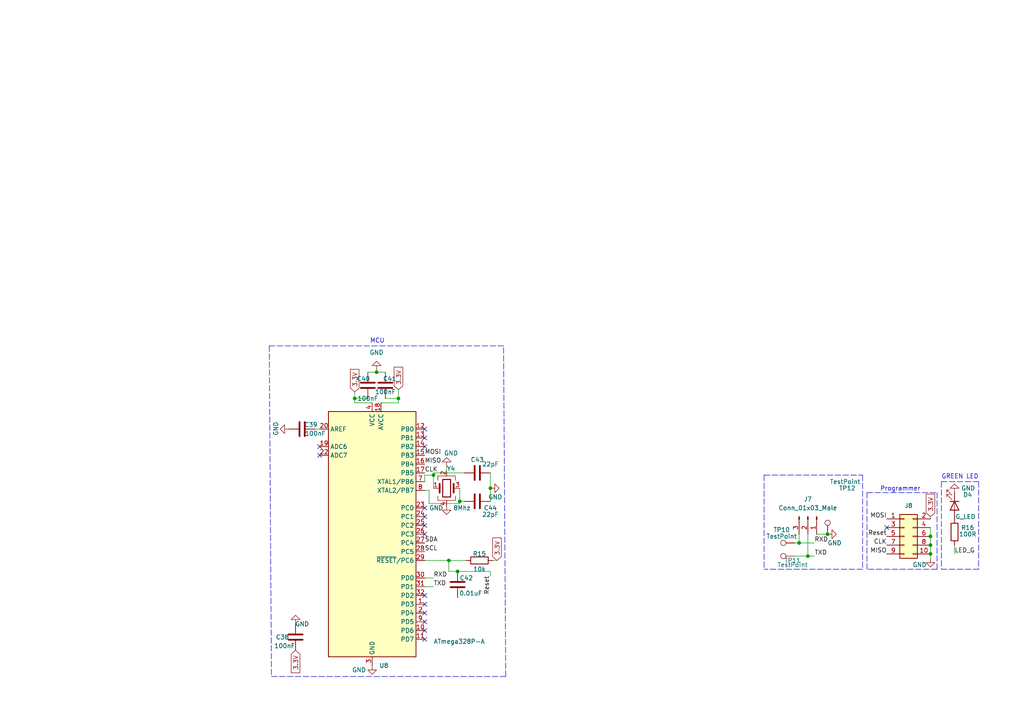
<source format=kicad_sch>
(kicad_sch (version 20211123) (generator eeschema)
  (paper "A4")
  (lib_symbols
    (symbol "Connector:Conn_01x03_Male" (pin_names (offset 1.016) hide)
      (property "Reference" "J" (at 0 5.08 0))
      (property "Value" "Conn_01x03_Male" (at 0 -5.08 0))
      (symbol "Conn_01x03_Male_1_1"
        (polyline (pts (xy 1.27 -2.54) (xy 0.8636 -2.54)) (stroke (width 0.1524)))
        (polyline (pts (xy 1.27 0) (xy 0.8636 0)) (stroke (width 0.1524)))
        (polyline (pts (xy 1.27 2.54) (xy 0.8636 2.54)) (stroke (width 0.1524)))
        (rectangle (start 0.8636 -2.413) (end 0 -2.667) (stroke (width 0.1524)) (fill (type outline)))
        (rectangle (start 0.8636 0.127) (end 0 -0.127) (stroke (width 0.1524)) (fill (type outline)))
        (rectangle (start 0.8636 2.667) (end 0 2.413) (stroke (width 0.1524)) (fill (type outline)))
        (pin passive line (at 5.08 2.54 180) (length 3.81) (name "Pin_1") (number "1"))
        (pin passive line (at 5.08 0 180) (length 3.81) (name "Pin_2") (number "2"))
        (pin passive line (at 5.08 -2.54 180) (length 3.81) (name "Pin_3") (number "3"))
      )
    )
    (symbol "Connector:TestPoint" (pin_numbers hide) (pin_names (offset 0.762) hide)
      (property "Reference" "TP" (at 0 6.858 0))
      (property "Value" "TestPoint" (at 0 5.08 0))
      (symbol "TestPoint_0_1"
        (circle (center 0 3.302) (radius 0.762))
      )
      (symbol "TestPoint_1_1"
        (pin passive line (at 0 0 90) (length 2.54) (name "1") (number "1"))
      )
    )
    (symbol "Connector_Generic:Conn_02x05_Odd_Even" (pin_names (offset 1.016) hide)
      (property "Reference" "J" (at 1.27 7.62 0))
      (property "Value" "Conn_02x05_Odd_Even" (at 1.27 -7.62 0))
      (symbol "Conn_02x05_Odd_Even_1_1"
        (rectangle (start -1.27 -4.953) (end 0 -5.207) (stroke (width 0.1524)))
        (rectangle (start -1.27 -2.413) (end 0 -2.667) (stroke (width 0.1524)))
        (rectangle (start -1.27 0.127) (end 0 -0.127) (stroke (width 0.1524)))
        (rectangle (start -1.27 2.667) (end 0 2.413) (stroke (width 0.1524)))
        (rectangle (start -1.27 5.207) (end 0 4.953) (stroke (width 0.1524)))
        (rectangle (start -1.27 6.35) (end 3.81 -6.35) (stroke (width 0.254)) (fill (type background)))
        (rectangle (start 3.81 -4.953) (end 2.54 -5.207) (stroke (width 0.1524)))
        (rectangle (start 3.81 -2.413) (end 2.54 -2.667) (stroke (width 0.1524)))
        (rectangle (start 3.81 0.127) (end 2.54 -0.127) (stroke (width 0.1524)))
        (rectangle (start 3.81 2.667) (end 2.54 2.413) (stroke (width 0.1524)))
        (rectangle (start 3.81 5.207) (end 2.54 4.953) (stroke (width 0.1524)))
        (pin passive line (at -5.08 5.08 0) (length 3.81) (name "Pin_1") (number "1"))
        (pin passive line (at 7.62 -5.08 180) (length 3.81) (name "Pin_10") (number "10"))
        (pin passive line (at 7.62 5.08 180) (length 3.81) (name "Pin_2") (number "2"))
        (pin passive line (at -5.08 2.54 0) (length 3.81) (name "Pin_3") (number "3"))
        (pin passive line (at 7.62 2.54 180) (length 3.81) (name "Pin_4") (number "4"))
        (pin passive line (at -5.08 0 0) (length 3.81) (name "Pin_5") (number "5"))
        (pin passive line (at 7.62 0 180) (length 3.81) (name "Pin_6") (number "6"))
        (pin passive line (at -5.08 -2.54 0) (length 3.81) (name "Pin_7") (number "7"))
        (pin passive line (at 7.62 -2.54 180) (length 3.81) (name "Pin_8") (number "8"))
        (pin passive line (at -5.08 -5.08 0) (length 3.81) (name "Pin_9") (number "9"))
      )
    )
    (symbol "Device:C" (pin_numbers hide) (pin_names (offset 0.254))
      (property "Reference" "C" (at 0.635 2.54 0))
      (property "Value" "C" (at 0.635 -2.54 0))
      (symbol "C_0_1"
        (polyline (pts (xy -2.032 -0.762) (xy 2.032 -0.762)) (stroke (width 0.508)))
        (polyline (pts (xy -2.032 0.762) (xy 2.032 0.762)) (stroke (width 0.508)))
      )
      (symbol "C_1_1"
        (pin passive line (at 0 3.81 270) (length 2.794) (name "~") (number "1"))
        (pin passive line (at 0 -3.81 90) (length 2.794) (name "~") (number "2"))
      )
    )
    (symbol "Device:Crystal_GND24" (pin_names (offset 1.016) hide)
      (property "Reference" "Y" (at 3.175 5.08 0))
      (property "Value" "Crystal_GND24" (at 3.175 3.175 0))
      (symbol "Crystal_GND24_0_1"
        (rectangle (start -1.143 2.54) (end 1.143 -2.54) (stroke (width 0.3048)))
        (polyline (pts (xy -2.54 0) (xy -2.032 0)))
        (polyline (pts (xy -2.032 -1.27) (xy -2.032 1.27)) (stroke (width 0.508)))
        (polyline (pts (xy 0 -3.81) (xy 0 -3.556)))
        (polyline (pts (xy 0 3.556) (xy 0 3.81)))
        (polyline (pts (xy 2.032 -1.27) (xy 2.032 1.27)) (stroke (width 0.508)))
        (polyline (pts (xy 2.032 0) (xy 2.54 0)))
        (polyline (pts (xy -2.54 -2.286) (xy -2.54 -3.556) (xy 2.54 -3.556) (xy 2.54 -2.286)))
        (polyline (pts (xy -2.54 2.286) (xy -2.54 3.556) (xy 2.54 3.556) (xy 2.54 2.286)))
      )
      (symbol "Crystal_GND24_1_1"
        (pin passive line (at -3.81 0 0) (length 1.27) (name "1") (number "1"))
        (pin passive line (at 0 5.08 270) (length 1.27) (name "2") (number "2"))
        (pin passive line (at 3.81 0 180) (length 1.27) (name "3") (number "3"))
        (pin passive line (at 0 -5.08 90) (length 1.27) (name "4") (number "4"))
      )
    )
    (symbol "Device:LED" (pin_numbers hide) (pin_names (offset 1.016) hide)
      (property "Reference" "D" (at 0 2.54 0))
      (property "Value" "LED" (at 0 -2.54 0))
      (symbol "LED_0_1"
        (polyline (pts (xy -1.27 -1.27) (xy -1.27 1.27)) (stroke (width 0.254)))
        (polyline (pts (xy -1.27 0) (xy 1.27 0)))
        (polyline (pts (xy 1.27 -1.27) (xy 1.27 1.27) (xy -1.27 0) (xy 1.27 -1.27)) (stroke (width 0.254)))
        (polyline (pts (xy -3.048 -0.762) (xy -4.572 -2.286) (xy -3.81 -2.286) (xy -4.572 -2.286) (xy -4.572 -1.524)))
        (polyline (pts (xy -1.778 -0.762) (xy -3.302 -2.286) (xy -2.54 -2.286) (xy -3.302 -2.286) (xy -3.302 -1.524)))
      )
      (symbol "LED_1_1"
        (pin passive line (at -3.81 0 0) (length 2.54) (name "K") (number "1"))
        (pin passive line (at 3.81 0 180) (length 2.54) (name "A") (number "2"))
      )
    )
    (symbol "Device:R" (pin_numbers hide) (pin_names (offset 0))
      (property "Reference" "R" (at 2.032 0 90))
      (property "Value" "R" (at 0 0 90))
      (symbol "R_0_1"
        (rectangle (start -1.016 -2.54) (end 1.016 2.54) (stroke (width 0.254)))
      )
      (symbol "R_1_1"
        (pin passive line (at 0 3.81 270) (length 1.27) (name "~") (number "1"))
        (pin passive line (at 0 -3.81 90) (length 1.27) (name "~") (number "2"))
      )
    )
    (symbol "MCU_Microchip_ATmega:ATmega328P-A"
      (property "Reference" "U" (at -12.7 36.83 0))
      (property "Value" "ATmega328P-A" (at 2.54 -36.83 0))
      (symbol "ATmega328P-A_0_1"
        (rectangle (start -12.7 -35.56) (end 12.7 35.56) (stroke (width 0.254)) (fill (type background)))
      )
      (symbol "ATmega328P-A_1_1"
        (pin bidirectional line (at 15.24 -20.32 180) (length 2.54) (name "PD3") (number "1"))
        (pin bidirectional line (at 15.24 -27.94 180) (length 2.54) (name "PD6") (number "10"))
        (pin bidirectional line (at 15.24 -30.48 180) (length 2.54) (name "PD7") (number "11"))
        (pin bidirectional line (at 15.24 30.48 180) (length 2.54) (name "PB0") (number "12"))
        (pin bidirectional line (at 15.24 27.94 180) (length 2.54) (name "PB1") (number "13"))
        (pin bidirectional line (at 15.24 25.4 180) (length 2.54) (name "PB2") (number "14"))
        (pin bidirectional line (at 15.24 22.86 180) (length 2.54) (name "PB3") (number "15"))
        (pin bidirectional line (at 15.24 20.32 180) (length 2.54) (name "PB4") (number "16"))
        (pin bidirectional line (at 15.24 17.78 180) (length 2.54) (name "PB5") (number "17"))
        (pin power_in line (at 2.54 38.1 270) (length 2.54) (name "AVCC") (number "18"))
        (pin input line (at -15.24 25.4 0) (length 2.54) (name "ADC6") (number "19"))
        (pin bidirectional line (at 15.24 -22.86 180) (length 2.54) (name "PD4") (number "2"))
        (pin passive line (at -15.24 30.48 0) (length 2.54) (name "AREF") (number "20"))
        (pin passive line (at 0 -38.1 90) (length 2.54) hide (name "GND") (number "21"))
        (pin input line (at -15.24 22.86 0) (length 2.54) (name "ADC7") (number "22"))
        (pin bidirectional line (at 15.24 7.62 180) (length 2.54) (name "PC0") (number "23"))
        (pin bidirectional line (at 15.24 5.08 180) (length 2.54) (name "PC1") (number "24"))
        (pin bidirectional line (at 15.24 2.54 180) (length 2.54) (name "PC2") (number "25"))
        (pin bidirectional line (at 15.24 0 180) (length 2.54) (name "PC3") (number "26"))
        (pin bidirectional line (at 15.24 -2.54 180) (length 2.54) (name "PC4") (number "27"))
        (pin bidirectional line (at 15.24 -5.08 180) (length 2.54) (name "PC5") (number "28"))
        (pin bidirectional line (at 15.24 -7.62 180) (length 2.54) (name "~{RESET}/PC6") (number "29"))
        (pin power_in line (at 0 -38.1 90) (length 2.54) (name "GND") (number "3"))
        (pin bidirectional line (at 15.24 -12.7 180) (length 2.54) (name "PD0") (number "30"))
        (pin bidirectional line (at 15.24 -15.24 180) (length 2.54) (name "PD1") (number "31"))
        (pin bidirectional line (at 15.24 -17.78 180) (length 2.54) (name "PD2") (number "32"))
        (pin power_in line (at 0 38.1 270) (length 2.54) (name "VCC") (number "4"))
        (pin passive line (at 0 -38.1 90) (length 2.54) hide (name "GND") (number "5"))
        (pin passive line (at 0 38.1 270) (length 2.54) hide (name "VCC") (number "6"))
        (pin bidirectional line (at 15.24 15.24 180) (length 2.54) (name "XTAL1/PB6") (number "7"))
        (pin bidirectional line (at 15.24 12.7 180) (length 2.54) (name "XTAL2/PB7") (number "8"))
        (pin bidirectional line (at 15.24 -25.4 180) (length 2.54) (name "PD5") (number "9"))
      )
    )
    (symbol "power:GND" (power) (pin_names (offset 0))
      (property "Value" "GND" (at 0 -3.81 0))
      (symbol "GND_0_1"
        (polyline (pts (xy 0 0) (xy 0 -1.27) (xy 1.27 -1.27) (xy 0 -2.54) (xy -1.27 -1.27) (xy 0 -1.27)))
      )
      (symbol "GND_1_1"
        (pin power_in line (at 0 0 270) (length 0) hide (name "GND") (number "1"))
      )
    )
  )
  (junction (at 130.175 162.56))
  (junction (at 269.875 155.575))
  (junction (at 269.875 158.115))
  (junction (at 132.715 165.735))
  (junction (at 269.875 160.655))
  (junction (at 109.22 107.95))
  (junction (at 234.315 161.29))
  (junction (at 115.57 115.57))
  (junction (at 125.73 137.795))
  (junction (at 240.03 154.94))
  (junction (at 102.87 115.57))
  (junction (at 231.775 157.48))
  (junction (at 142.24 141.605))
  (junction (at 133.35 145.415))
  (no_connect (at 123.19 147.32))
  (no_connect (at 123.19 154.94))
  (no_connect (at 123.19 152.4))
  (no_connect (at 123.19 149.86))
  (no_connect (at 123.19 129.54))
  (no_connect (at 123.19 127))
  (no_connect (at 123.19 124.46))
  (no_connect (at 123.19 177.8))
  (no_connect (at 123.19 172.72))
  (no_connect (at 123.19 180.34))
  (no_connect (at 123.19 175.26))
  (no_connect (at 123.19 182.88))
  (no_connect (at 92.71 132.08))
  (no_connect (at 123.19 185.42))
  (no_connect (at 257.175 153.035))
  (no_connect (at 92.71 129.54))
  (polyline (pts (xy 271.78 142.875) (xy 271.78 165.1)))
  (wire (pts (xy 125.73 137.795) (xy 125.73 141.605)))
  (wire (pts (xy 110.49 116.84) (xy 115.57 116.84)))
  (wire (pts (xy 109.22 107.95) (xy 111.76 107.95)))
  (wire (pts (xy 125.73 137.16) (xy 125.73 137.795)))
  (wire (pts (xy 123.19 162.56) (xy 130.175 162.56)))
  (polyline (pts (xy 251.46 142.875) (xy 271.78 142.875)))
  (wire (pts (xy 142.24 141.605) (xy 142.24 145.415)))
  (wire (pts (xy 142.24 165.735) (xy 132.715 165.735)))
  (wire (pts (xy 134.62 145.415) (xy 133.35 145.415)))
  (polyline (pts (xy 78.74 196.215) (xy 146.685 196.215)))
  (wire (pts (xy 144.145 162.56) (xy 142.875 162.56)))
  (wire (pts (xy 109.22 107.315) (xy 109.22 107.95)))
  (wire (pts (xy 130.175 162.56) (xy 130.175 165.735)))
  (wire (pts (xy 234.315 154.94) (xy 234.315 161.29)))
  (wire (pts (xy 111.76 115.57) (xy 115.57 115.57)))
  (wire (pts (xy 230.505 161.29) (xy 234.315 161.29)))
  (wire (pts (xy 142.24 165.735) (xy 142.24 167.005)))
  (wire (pts (xy 236.855 154.94) (xy 240.03 154.94)))
  (wire (pts (xy 269.875 149.86) (xy 269.875 150.495)))
  (wire (pts (xy 91.44 124.46) (xy 92.71 124.46)))
  (polyline (pts (xy 146.685 196.215) (xy 146.05 100.33)))
  (wire (pts (xy 269.875 155.575) (xy 269.875 158.115)))
  (wire (pts (xy 129.54 135.255) (xy 129.54 136.525)))
  (polyline (pts (xy 273.05 139.7) (xy 283.845 139.7)))
  (wire (pts (xy 123.19 137.795) (xy 123.19 139.7)))
  (wire (pts (xy 123.19 167.64) (xy 125.73 167.64)))
  (wire (pts (xy 107.95 116.84) (xy 102.87 116.84)))
  (polyline (pts (xy 273.05 139.7) (xy 273.05 165.1)))
  (polyline (pts (xy 250.19 165.1) (xy 221.615 165.1)))
  (wire (pts (xy 276.86 160.655) (xy 276.86 158.115)))
  (wire (pts (xy 133.35 146.05) (xy 133.35 145.415)))
  (polyline (pts (xy 78.105 100.33) (xy 78.74 196.215)))
  (polyline (pts (xy 221.615 137.795) (xy 221.615 165.1)))
  (wire (pts (xy 142.24 137.16) (xy 142.24 141.605)))
  (wire (pts (xy 123.19 137.795) (xy 125.73 137.795)))
  (wire (pts (xy 269.875 160.655) (xy 269.875 161.925)))
  (wire (pts (xy 234.315 161.29) (xy 236.22 161.29)))
  (polyline (pts (xy 283.845 165.1) (xy 273.05 165.1)))
  (wire (pts (xy 269.875 158.115) (xy 269.875 160.655)))
  (wire (pts (xy 133.35 145.415) (xy 133.35 141.605)))
  (wire (pts (xy 231.775 157.48) (xy 236.22 157.48)))
  (wire (pts (xy 230.505 157.48) (xy 231.775 157.48)))
  (wire (pts (xy 102.87 115.57) (xy 106.68 115.57)))
  (polyline (pts (xy 271.78 165.1) (xy 251.46 165.1)))
  (wire (pts (xy 115.57 115.57) (xy 115.57 116.84)))
  (wire (pts (xy 123.19 170.18) (xy 125.73 170.18)))
  (wire (pts (xy 124.46 146.05) (xy 133.35 146.05)))
  (wire (pts (xy 132.715 165.735) (xy 130.175 165.735)))
  (wire (pts (xy 106.68 107.95) (xy 109.22 107.95)))
  (wire (pts (xy 231.775 154.94) (xy 231.775 157.48)))
  (wire (pts (xy 123.19 142.24) (xy 124.46 142.24)))
  (wire (pts (xy 125.73 137.16) (xy 134.62 137.16)))
  (polyline (pts (xy 250.19 137.795) (xy 250.19 165.1)))
  (wire (pts (xy 102.87 116.84) (xy 102.87 115.57)))
  (polyline (pts (xy 146.05 100.33) (xy 78.105 100.33)))
  (wire (pts (xy 115.57 115.57) (xy 115.57 113.03)))
  (polyline (pts (xy 221.615 137.795) (xy 250.19 137.795)))
  (polyline (pts (xy 283.845 139.7) (xy 283.845 165.1)))
  (wire (pts (xy 269.875 153.035) (xy 269.875 155.575)))
  (polyline (pts (xy 251.46 142.875) (xy 251.46 165.1)))
  (wire (pts (xy 130.175 162.56) (xy 135.255 162.56)))
  (wire (pts (xy 102.87 113.665) (xy 102.87 115.57)))
  (wire (pts (xy 124.46 142.24) (xy 124.46 146.05)))
  (text "MCU\n" (at 107.315 99.695 0) (effects (font (size 1.27 1.27)) (justify left bottom)))
  (text "Programmer\n\n\n" (at 255.27 146.685 0) (effects (font (size 1.27 1.27)) (justify left bottom)))
  (text "GREEN LED\n" (at 273.05 139.065 0) (effects (font (size 1.27 1.27)) (justify left bottom)))
  (label "MISO" (at 123.19 134.62 0))
  (label "MOSI" (at 123.19 132.08 0))
  (label "TXD" (at 236.22 161.29 0))
  (label "SDA" (at 123.19 157.48 0))
  (label "TXD" (at 125.73 170.18 0))
  (label "CLK" (at 257.175 158.115 180))
  (label "Reset" (at 142.24 167.005 270))
  (label "CLK" (at 123.19 137.16 0))
  (label "MISO" (at 257.175 160.655 180))
  (label "SCL" (at 123.19 160.02 0))
  (label "Reset" (at 257.175 155.575 180))
  (label "MOSI" (at 257.175 150.495 180))
  (label "RXD" (at 125.73 167.64 0))
  (label "LED_G" (at 276.86 160.655 0))
  (label "RXD" (at 236.22 157.48 0))
  (global_label "3.3V" (shape input) (at 144.145 162.56 90) (property "Intersheet References" "${INTERSHEET_REFS}" (effects hide)))
  (global_label "3.3V" (shape input) (at 102.87 113.665 90) (property "Intersheet References" "${INTERSHEET_REFS}" (effects hide)))
  (global_label "3.3V" (shape input) (at 269.875 149.86 90) (property "Intersheet References" "${INTERSHEET_REFS}" (effects hide)))
  (global_label "3.3V" (shape input) (at 115.57 113.03 90) (property "Intersheet References" "${INTERSHEET_REFS}" (effects hide)))
  (global_label "3.3V" (shape input) (at 85.725 188.595 270) (property "Intersheet References" "${INTERSHEET_REFS}" (effects hide)))
  (symbol (lib_id "Connector:TestPoint") (at 230.505 157.48 90) (unit 1)
    (property "Reference" "TP10" (at 226.695 153.67 90))
    (property "Value" "TestPoint" (at 226.695 155.575 90))
    (property "Footprint" "TestPoint:TestPoint_Pad_D1.5mm" (effects hide))
  )
  (symbol (lib_id "Connector:Conn_01x03_Male") (at 234.315 149.86 270) (unit 1)
    (property "Reference" "J7" (at 234.315 144.78 90))
    (property "Value" "Conn_01x03_Male" (at 234.315 147.32 90))
    (property "Footprint" "Connector_PinHeader_2.54mm:PinHeader_1x03_P2.54mm_Vertical" (effects hide))
  )
  (symbol (lib_id "power:GND") (at 109.22 107.315 180) (unit 1)
    (property "Reference" "#PWR070" (effects hide))
    (property "Value" "GND" (at 109.22 102.235 0))
  )
  (symbol (lib_id "Connector:TestPoint") (at 240.03 154.94 0) (unit 1)
    (property "Reference" "TP12" (at 245.745 141.605 0))
    (property "Value" "TestPoint" (at 245.11 139.7 0))
    (property "Footprint" "TestPoint:TestPoint_Pad_D1.5mm" (effects hide))
  )
  (symbol (lib_id "Connector_Generic:Conn_02x05_Odd_Even") (at 262.255 155.575 0) (unit 1)
    (property "Reference" "J8" (at 263.525 146.685 0))
    (property "Value" "Conn_02x05_Odd_Even" (effects hide))
    (property "Footprint" "Connector_IDC:IDC-Header_2x05_P2.54mm_Vertical" (effects hide))
  )
  (symbol (lib_id "power:GND") (at 129.54 135.255 180) (unit 1)
    (property "Reference" "#PWR071" (effects hide))
    (property "Value" "GND" (at 130.81 131.445 0))
  )
  (symbol (lib_id "Device:C") (at 138.43 145.415 90) (unit 1)
    (property "Reference" "C44" (at 142.24 147.32 90))
    (property "Value" "22pF" (at 142.24 149.225 90))
    (property "Footprint" "Capacitor_SMD:C_0805_2012Metric" (effects hide))
  )
  (symbol (lib_id "MCU_Microchip_ATmega:ATmega328P-A") (at 107.95 154.94 0) (unit 1)
    (property "Reference" "U8" (at 109.9694 193.04 0) (effects (justify left)))
    (property "Value" "ATmega328P-A" (at 125.73 186.055 0) (effects (justify left)))
    (property "Footprint" "Package_QFP:TQFP-32_7x7mm_P0.8mm" (effects hide))
    (property "Datasheet" "http://ww1.microchip.com/downloads/en/DeviceDoc/ATmega328_P%20AVR%20MCU%20with%20picoPower%20Technology%20Data%20Sheet%2040001984A.pdf" (effects hide))
  )
  (symbol (lib_id "power:GND") (at 276.86 142.875 180) (unit 1)
    (property "Reference" "#PWR074" (effects hide))
    (property "Value" "GND" (at 278.765 141.605 0) (effects (justify right)))
  )
  (symbol (lib_id "power:GND") (at 269.875 161.925 0) (unit 1)
    (property "Reference" "#PWR076" (effects hide))
    (property "Value" "GND" (at 266.7 163.83 0))
  )
  (symbol (lib_id "power:GND") (at 83.82 124.46 270) (unit 1)
    (property "Reference" "#PWR067" (effects hide))
    (property "Value" "GND" (at 80.01 126.365 0) (effects (justify right)))
  )
  (symbol (lib_id "power:GND") (at 85.725 180.975 180) (unit 1)
    (property "Reference" "#PWR068" (effects hide))
    (property "Value" "GND" (at 87.63 180.975 0))
  )
  (symbol (lib_id "power:GND") (at 107.95 193.04 0) (unit 1)
    (property "Reference" "#PWR069" (effects hide))
    (property "Value" "GND" (at 104.14 194.31 0))
  )
  (symbol (lib_id "power:GND") (at 129.54 146.685 0) (unit 1)
    (property "Reference" "#PWR072" (effects hide))
    (property "Value" "GND" (at 124.46 147.32 0) (effects (justify left)))
  )
  (symbol (lib_id "Device:C") (at 87.63 124.46 90) (unit 1)
    (property "Reference" "C39" (at 90.17 123.19 90))
    (property "Value" "100nF" (at 91.44 125.73 90))
    (property "Footprint" "Capacitor_SMD:C_0805_2012Metric" (effects hide))
  )
  (symbol (lib_id "Device:C") (at 106.68 111.76 180) (unit 1)
    (property "Reference" "C40" (at 105.41 109.855 0))
    (property "Value" "100nF" (at 106.68 115.57 0))
    (property "Footprint" "Capacitor_SMD:C_0805_2012Metric" (effects hide))
  )
  (symbol (lib_id "Device:R") (at 139.065 162.56 90) (unit 1)
    (property "Reference" "R15" (at 139.065 160.655 90))
    (property "Value" "10k" (at 139.065 165.1 90))
    (property "Footprint" "Resistor_SMD:R_0805_2012Metric" (effects hide))
  )
  (symbol (lib_id "power:GND") (at 240.03 154.94 90) (unit 1)
    (property "Reference" "#PWR075" (effects hide))
    (property "Value" "GND" (at 240.03 157.48 90) (effects (justify right)))
  )
  (symbol (lib_id "power:GND") (at 142.24 141.605 90) (unit 1)
    (property "Reference" "#PWR073" (effects hide))
    (property "Value" "GND" (at 141.605 144.145 90) (effects (justify right)))
  )
  (symbol (lib_id "Device:C") (at 85.725 184.785 180) (unit 1)
    (property "Reference" "C38" (at 81.915 184.785 0))
    (property "Value" "100nF" (at 82.55 187.325 0))
    (property "Footprint" "Capacitor_SMD:C_0805_2012Metric" (effects hide))
  )
  (symbol (lib_id "Device:C") (at 111.76 111.76 180) (unit 1)
    (property "Reference" "C41" (at 113.03 109.855 0))
    (property "Value" "100nF" (at 111.76 113.665 0))
    (property "Footprint" "Capacitor_SMD:C_0805_2012Metric" (effects hide))
  )
  (symbol (lib_id "Device:C") (at 132.715 169.545 0) (unit 1)
    (property "Reference" "C42" (at 135.255 167.64 0))
    (property "Value" "0.01uF" (at 136.525 172.085 0))
    (property "Footprint" "Capacitor_SMD:C_0402_1005Metric" (effects hide))
  )
  (symbol (lib_id "Connector:TestPoint") (at 230.505 161.29 90) (unit 1)
    (property "Reference" "TP11" (at 229.87 162.56 90))
    (property "Value" "TestPoint" (at 229.87 163.83 90))
    (property "Footprint" "TestPoint:TestPoint_Pad_D1.5mm" (effects hide))
  )
  (symbol (lib_id "Device:Crystal_GND24") (at 129.54 141.605 0) (unit 1)
    (property "Reference" "Y4" (at 130.81 135.89 0))
    (property "Value" "8Mhz" (at 133.985 147.32 0))
    (property "Footprint" "Crystal:Crystal_SMD_5032-4Pin_5.0x3.2mm" (effects hide))
  )
  (symbol (lib_id "Device:C") (at 138.43 137.16 90) (unit 1)
    (property "Reference" "C43" (at 138.43 133.35 90))
    (property "Value" "22pF" (at 142.24 134.62 90))
    (property "Footprint" "Capacitor_SMD:C_0805_2012Metric" (effects hide))
  )
  (symbol (lib_id "Device:R") (at 276.86 154.305 180) (unit 1)
    (property "Reference" "R16" (at 280.67 153.035 0))
    (property "Value" "100R" (at 280.67 154.94 0))
    (property "Footprint" "Resistor_SMD:R_0805_2012Metric" (effects hide))
  )
  (symbol (lib_id "Device:LED") (at 276.86 146.685 270) (unit 1)
    (property "Reference" "D4" (at 280.67 143.51 90))
    (property "Value" "G_LED" (at 280.035 149.86 90))
    (property "Footprint" "LED_SMD:LED_PLCC-2" (effects hide))
  )
)
</source>
